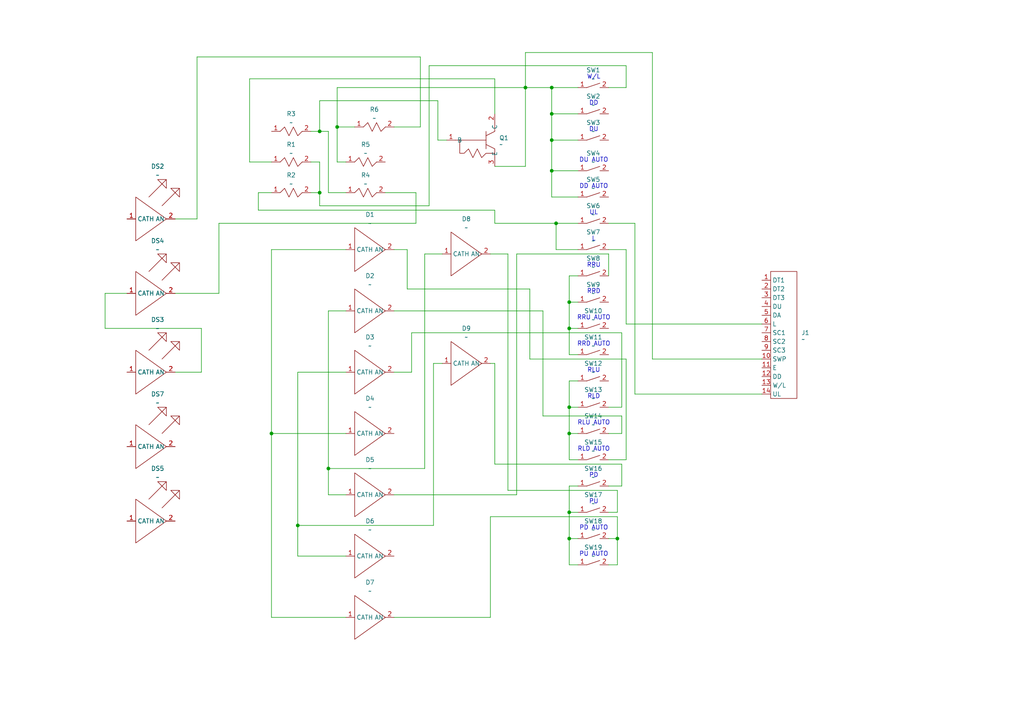
<source format=kicad_sch>
(kicad_sch (version 20231120) (generator "eeschema") (generator_version "8.0")
  (paper "A4")
  (lib_symbols
    (symbol "lexus ls400:100OHMRES"
      (property "Reference" "R" (at 5.334 3.556 0))
      (symbol "100OHMRES_0_1"
        (polyline (pts (xy 2.54 0) (xy 3.81 1.27) (xy 5.08 -1.27) (xy 6.35 1.27) (xy 7.62 -1.27) (xy 8.89 0)))
      )
      (symbol "100OHMRES_1_1"
        (pin bidirectional line (at 0 0 0) (length 2.54) (name "") (number "1"))
        (pin bidirectional line (at 11.43 0 180) (length 2.54) (name "") (number "2"))
      )
    )
    (symbol "lexus ls400:10OHMRES"
      (property "Reference" "R" (at 5.334 3.556 0))
      (symbol "10OHMRES_0_1"
        (polyline (pts (xy 2.54 0) (xy 3.81 1.27) (xy 5.08 -1.27) (xy 6.35 1.27) (xy 7.62 -1.27) (xy 8.89 0)))
      )
      (symbol "10OHMRES_1_1"
        (pin bidirectional line (at 0 0 0) (length 2.54) (name "") (number "1"))
        (pin bidirectional line (at 11.43 0 180) (length 2.54) (name "") (number "2"))
      )
    )
    (symbol "lexus ls400:14pindoorconn"
      (property "Reference" "J" (at 4.064 38.354 0))
      (symbol "14pindoorconn_0_1"
        (rectangle (start 0 36.83) (end 7.62 0))
      )
      (symbol "14pindoorconn_1_1"
        (pin bidirectional line (at -2.54 34.29 0) (length 2.54) (name "DT1") (number "1"))
        (pin bidirectional line (at -2.54 11.43 0) (length 2.54) (name "SWP") (number "10"))
        (pin bidirectional line (at -2.54 8.89 0) (length 2.54) (name "E") (number "11"))
        (pin bidirectional line (at -2.54 6.35 0) (length 2.54) (name "DD") (number "12"))
        (pin bidirectional line (at -2.54 3.81 0) (length 2.54) (name "W/L") (number "13"))
        (pin bidirectional line (at -2.54 1.27 0) (length 2.54) (name "UL") (number "14"))
        (pin bidirectional line (at -2.54 31.75 0) (length 2.54) (name "DT2") (number "2"))
        (pin bidirectional line (at -2.54 29.21 0) (length 2.54) (name "DT3") (number "3"))
        (pin bidirectional line (at -2.54 26.67 0) (length 2.54) (name "DU") (number "4"))
        (pin bidirectional line (at -2.54 24.13 0) (length 2.54) (name "DA") (number "5"))
        (pin bidirectional line (at -2.54 21.59 0) (length 2.54) (name "L") (number "6"))
        (pin bidirectional line (at -2.54 19.05 0) (length 2.54) (name "SC1") (number "7"))
        (pin bidirectional line (at -2.54 16.51 0) (length 2.54) (name "SC2") (number "8"))
        (pin bidirectional line (at -2.54 13.97 0) (length 2.54) (name "SC3") (number "9"))
      )
    )
    (symbol "lexus ls400:2000OHMRES"
      (property "Reference" "R" (at 5.334 3.556 0))
      (symbol "2000OHMRES_0_1"
        (polyline (pts (xy 2.54 0) (xy 3.81 1.27) (xy 5.08 -1.27) (xy 6.35 1.27) (xy 7.62 -1.27) (xy 8.89 0)))
      )
      (symbol "2000OHMRES_1_1"
        (pin bidirectional line (at 0 0 0) (length 2.54) (name "") (number "1"))
        (pin bidirectional line (at 11.43 0 180) (length 2.54) (name "") (number "2"))
      )
    )
    (symbol "lexus ls400:2PINDIODE2010"
      (property "Reference" "D" (at 7.112 6.35 0))
      (symbol "2PINDIODE2010_0_1"
        (polyline (pts (xy 11.43 0) (xy 2.54 6.35) (xy 2.54 -6.35) (xy 11.43 0)))
      )
      (symbol "2PINDIODE2010_1_1"
        (pin bidirectional line (at 0 0 0) (length 2.54) (name "CATH") (number "1"))
        (pin bidirectional line (at 13.97 0 180) (length 2.54) (name "AN") (number "2"))
      )
    )
    (symbol "lexus ls400:430OHMRES"
      (property "Reference" "R" (at 5.334 3.556 0))
      (symbol "430OHMRES_0_1"
        (polyline (pts (xy 2.54 0) (xy 3.81 1.27) (xy 5.08 -1.27) (xy 6.35 1.27) (xy 7.62 -1.27) (xy 8.89 0)))
      )
      (symbol "430OHMRES_1_1"
        (pin bidirectional line (at 0 0 0) (length 2.54) (name "") (number "1"))
        (pin bidirectional line (at 11.43 0 180) (length 2.54) (name "") (number "2"))
      )
    )
    (symbol "lexus ls400:560OHMRES"
      (property "Reference" "R" (at 5.334 3.556 0))
      (symbol "560OHMRES_0_1"
        (polyline (pts (xy 2.54 0) (xy 3.81 1.27) (xy 5.08 -1.27) (xy 6.35 1.27) (xy 7.62 -1.27) (xy 8.89 0)))
      )
      (symbol "560OHMRES_1_1"
        (pin bidirectional line (at 0 0 0) (length 2.54) (name "") (number "1"))
        (pin bidirectional line (at 11.43 0 180) (length 2.54) (name "") (number "2"))
      )
    )
    (symbol "lexus ls400:CONTACTSWITCH"
      (property "Reference" "SW" (at 4.572 3.048 0))
      (symbol "CONTACTSWITCH_0_1"
        (polyline (pts (xy 2.54 0) (xy 6.35 1.27)))
      )
      (symbol "CONTACTSWITCH_1_1"
        (pin bidirectional line (at 0 0 0) (length 2.54) (name "") (number "1"))
        (pin bidirectional line (at 8.89 0 180) (length 2.54) (name "") (number "2"))
      )
    )
    (symbol "lexus ls400:HR1A4A"
      (property "Reference" "Q" (at 7.366 5.08 0))
      (symbol "HR1A4A_0_1"
        (polyline (pts (xy 2.54 0) (xy 11.43 0)))
        (polyline (pts (xy 11.43 0) (xy 11.43 0)))
        (polyline (pts (xy 11.43 1.27) (xy 13.97 2.54)))
        (polyline (pts (xy 11.43 2.54) (xy 11.43 -2.54)))
        (polyline (pts (xy 11.43 2.54) (xy 11.43 2.54)))
        (polyline (pts (xy 13.97 2.54) (xy 13.97 5.08)))
        (polyline (pts (xy 5.08 -3.81) (xy 3.81 -3.81) (xy 3.81 0)))
        (polyline (pts (xy 11.43 -1.27) (xy 13.97 -2.54) (xy 13.97 -5.08)))
        (polyline (pts (xy 13.97 -3.81) (xy 11.43 -3.81) (xy 10.16 -5.08) (xy 8.89 -2.54) (xy 7.62 -5.08) (xy 6.35 -2.54) (xy 5.08 -3.81)))
      )
      (symbol "HR1A4A_1_1"
        (pin bidirectional line (at 0 0 0) (length 2.54) (name "B") (number "1"))
        (pin bidirectional line (at 13.97 7.62 270) (length 2.54) (name "C") (number "2"))
        (pin bidirectional line (at 13.97 -7.62 90) (length 2.54) (name "E") (number "3"))
      )
    )
    (symbol "lexus ls400:SMTLEDGRN1206"
      (property "Reference" "DS" (at 11.176 2.794 0))
      (symbol "SMTLEDGRN1206_0_1"
        (polyline (pts (xy 11.43 0) (xy 2.54 6.35) (xy 2.54 -6.35) (xy 11.43 0)))
        (polyline (pts (xy 6.35 6.35) (xy 11.43 11.43) (xy 8.89 11.43) (xy 11.43 8.89) (xy 11.43 11.43)))
        (polyline (pts (xy 10.16 3.81) (xy 15.24 8.89) (xy 12.7 8.89) (xy 15.24 6.35) (xy 15.24 8.89)))
      )
      (symbol "SMTLEDGRN1206_1_1"
        (pin bidirectional line (at 0 0 0) (length 2.54) (name "CATH") (number "1"))
        (pin bidirectional line (at 13.97 0 180) (length 2.54) (name "AN") (number "2"))
      )
    )
  )
  (junction (at 92.71 38.1))
  (junction (at 95.25 135.89))
  (junction (at 165.1 125.73))
  (junction (at 165.1 87.63))
  (junction (at 97.79 36.83))
  (junction (at 165.1 156.21))
  (junction (at 92.71 55.88))
  (junction (at 179.07 156.21))
  (junction (at 165.1 118.11))
  (junction (at 78.74 125.73))
  (junction (at 161.29 64.77))
  (junction (at 165.1 95.25))
  (junction (at 160.02 25.4))
  (junction (at 86.36 152.4))
  (junction (at 152.4 25.4))
  (junction (at 160.02 40.64))
  (junction (at 165.1 148.59))
  (junction (at 160.02 33.02))
  (junction (at 160.02 49.53))
  (wire (pts (xy 92.71 55.88) (xy 92.71 46.99)))
  (wire (pts (xy 127 29.21) (xy 127 40.64)))
  (wire (pts (xy 95.25 143.51) (xy 95.25 135.89)))
  (wire (pts (xy 63.5 85.09) (xy 50.8 85.09)))
  (wire (pts (xy 100.33 125.73) (xy 78.74 125.73)))
  (wire (pts (xy 78.74 46.99) (xy 72.39 46.99)))
  (wire (pts (xy 120.65 64.77) (xy 63.5 64.77)))
  (wire (pts (xy 57.15 63.5) (xy 50.8 63.5)))
  (wire (pts (xy 30.48 95.25) (xy 58.42 95.25)))
  (wire (pts (xy 100.33 90.17) (xy 95.25 90.17)))
  (wire (pts (xy 147.32 142.24) (xy 179.07 142.24)))
  (wire (pts (xy 181.61 104.14) (xy 153.67 104.14)))
  (wire (pts (xy 176.53 156.21) (xy 179.07 156.21)))
  (wire (pts (xy 165.1 110.49) (xy 165.1 118.11)))
  (wire (pts (xy 114.3 36.83) (xy 121.92 36.83)))
  (wire (pts (xy 161.29 64.77) (xy 161.29 72.39)))
  (wire (pts (xy 119.38 96.52) (xy 119.38 107.95)))
  (wire (pts (xy 165.1 140.97) (xy 165.1 148.59)))
  (wire (pts (xy 30.48 85.09) (xy 30.48 95.25)))
  (wire (pts (xy 165.1 102.87) (xy 165.1 95.25)))
  (wire (pts (xy 181.61 93.98) (xy 220.98 93.98)))
  (wire (pts (xy 143.51 22.86) (xy 143.51 33.02)))
  (wire (pts (xy 165.1 118.11) (xy 167.64 118.11)))
  (wire (pts (xy 165.1 163.83) (xy 165.1 156.21)))
  (wire (pts (xy 189.23 15.24) (xy 152.4 15.24)))
  (wire (pts (xy 92.71 59.69) (xy 92.71 55.88)))
  (wire (pts (xy 167.64 110.49) (xy 165.1 110.49)))
  (wire (pts (xy 184.15 114.3) (xy 184.15 64.77)))
  (wire (pts (xy 180.34 125.73) (xy 176.53 125.73)))
  (wire (pts (xy 78.74 125.73) (xy 78.74 72.39)))
  (wire (pts (xy 167.64 125.73) (xy 165.1 125.73)))
  (wire (pts (xy 180.34 118.11) (xy 180.34 96.52)))
  (wire (pts (xy 157.48 90.17) (xy 157.48 120.65)))
  (wire (pts (xy 149.86 73.66) (xy 149.86 143.51)))
  (wire (pts (xy 160.02 40.64) (xy 160.02 33.02)))
  (wire (pts (xy 160.02 25.4) (xy 167.64 25.4)))
  (wire (pts (xy 153.67 83.82) (xy 118.11 83.82)))
  (wire (pts (xy 165.1 80.01) (xy 165.1 87.63)))
  (wire (pts (xy 165.1 95.25) (xy 167.64 95.25)))
  (wire (pts (xy 167.64 72.39) (xy 161.29 72.39)))
  (wire (pts (xy 176.53 133.35) (xy 181.61 133.35)))
  (wire (pts (xy 78.74 72.39) (xy 100.33 72.39)))
  (wire (pts (xy 181.61 25.4) (xy 181.61 19.05)))
  (wire (pts (xy 97.79 36.83) (xy 97.79 46.99)))
  (wire (pts (xy 72.39 22.86) (xy 143.51 22.86)))
  (wire (pts (xy 92.71 38.1) (xy 92.71 29.21)))
  (wire (pts (xy 118.11 83.82) (xy 118.11 72.39)))
  (wire (pts (xy 86.36 152.4) (xy 125.73 152.4)))
  (wire (pts (xy 143.51 60.96) (xy 74.93 60.96)))
  (wire (pts (xy 100.33 143.51) (xy 95.25 143.51)))
  (wire (pts (xy 176.53 118.11) (xy 180.34 118.11)))
  (wire (pts (xy 176.53 163.83) (xy 179.07 163.83)))
  (wire (pts (xy 149.86 143.51) (xy 114.3 143.51)))
  (wire (pts (xy 124.46 59.69) (xy 92.71 59.69)))
  (wire (pts (xy 179.07 148.59) (xy 176.53 148.59)))
  (wire (pts (xy 152.4 25.4) (xy 160.02 25.4)))
  (wire (pts (xy 157.48 120.65) (xy 180.34 120.65)))
  (wire (pts (xy 92.71 29.21) (xy 127 29.21)))
  (wire (pts (xy 143.51 48.26) (xy 152.4 48.26)))
  (wire (pts (xy 180.34 140.97) (xy 180.34 134.62)))
  (wire (pts (xy 165.1 156.21) (xy 167.64 156.21)))
  (wire (pts (xy 167.64 64.77) (xy 161.29 64.77)))
  (wire (pts (xy 176.53 25.4) (xy 181.61 25.4)))
  (wire (pts (xy 100.33 55.88) (xy 95.25 55.88)))
  (wire (pts (xy 121.92 36.83) (xy 121.92 16.51)))
  (wire (pts (xy 165.1 133.35) (xy 165.1 125.73)))
  (wire (pts (xy 189.23 104.14) (xy 189.23 15.24)))
  (wire (pts (xy 114.3 90.17) (xy 157.48 90.17)))
  (wire (pts (xy 86.36 161.29) (xy 100.33 161.29)))
  (wire (pts (xy 167.64 87.63) (xy 165.1 87.63)))
  (wire (pts (xy 152.4 15.24) (xy 152.4 25.4)))
  (wire (pts (xy 121.92 16.51) (xy 57.15 16.51)))
  (wire (pts (xy 220.98 114.3) (xy 184.15 114.3)))
  (wire (pts (xy 165.1 87.63) (xy 165.1 95.25)))
  (wire (pts (xy 111.76 55.88) (xy 120.65 55.88)))
  (wire (pts (xy 160.02 57.15) (xy 160.02 49.53)))
  (wire (pts (xy 143.51 134.62) (xy 143.51 105.41)))
  (wire (pts (xy 120.65 55.88) (xy 120.65 64.77)))
  (wire (pts (xy 143.51 64.77) (xy 143.51 60.96)))
  (wire (pts (xy 167.64 140.97) (xy 165.1 140.97)))
  (wire (pts (xy 95.25 90.17) (xy 95.25 135.89)))
  (wire (pts (xy 167.64 133.35) (xy 165.1 133.35)))
  (wire (pts (xy 167.64 148.59) (xy 165.1 148.59)))
  (wire (pts (xy 86.36 152.4) (xy 86.36 161.29)))
  (wire (pts (xy 180.34 96.52) (xy 119.38 96.52)))
  (wire (pts (xy 176.53 140.97) (xy 180.34 140.97)))
  (wire (pts (xy 220.98 104.14) (xy 189.23 104.14)))
  (wire (pts (xy 127 40.64) (xy 129.54 40.64)))
  (wire (pts (xy 180.34 134.62) (xy 143.51 134.62)))
  (wire (pts (xy 179.07 149.86) (xy 142.24 149.86)))
  (wire (pts (xy 153.67 104.14) (xy 153.67 83.82)))
  (wire (pts (xy 160.02 25.4) (xy 160.02 33.02)))
  (wire (pts (xy 167.64 102.87) (xy 165.1 102.87)))
  (wire (pts (xy 97.79 46.99) (xy 100.33 46.99)))
  (wire (pts (xy 165.1 118.11) (xy 165.1 125.73)))
  (wire (pts (xy 176.53 73.66) (xy 149.86 73.66)))
  (wire (pts (xy 123.19 135.89) (xy 123.19 73.66)))
  (wire (pts (xy 58.42 107.95) (xy 50.8 107.95)))
  (wire (pts (xy 167.64 49.53) (xy 160.02 49.53)))
  (wire (pts (xy 63.5 64.77) (xy 63.5 85.09)))
  (wire (pts (xy 142.24 149.86) (xy 142.24 179.07)))
  (wire (pts (xy 179.07 156.21) (xy 179.07 149.86)))
  (wire (pts (xy 165.1 148.59) (xy 165.1 156.21)))
  (wire (pts (xy 118.11 72.39) (xy 114.3 72.39)))
  (wire (pts (xy 167.64 40.64) (xy 160.02 40.64)))
  (wire (pts (xy 176.53 72.39) (xy 181.61 72.39)))
  (wire (pts (xy 142.24 105.41) (xy 143.51 105.41)))
  (wire (pts (xy 179.07 142.24) (xy 179.07 148.59)))
  (wire (pts (xy 97.79 25.4) (xy 152.4 25.4)))
  (wire (pts (xy 119.38 107.95) (xy 114.3 107.95)))
  (wire (pts (xy 152.4 48.26) (xy 152.4 25.4)))
  (wire (pts (xy 72.39 46.99) (xy 72.39 22.86)))
  (wire (pts (xy 184.15 64.77) (xy 176.53 64.77)))
  (wire (pts (xy 124.46 19.05) (xy 124.46 59.69)))
  (wire (pts (xy 147.32 73.66) (xy 147.32 142.24)))
  (wire (pts (xy 74.93 55.88) (xy 78.74 55.88)))
  (wire (pts (xy 167.64 57.15) (xy 160.02 57.15)))
  (wire (pts (xy 36.83 85.09) (xy 30.48 85.09)))
  (wire (pts (xy 179.07 163.83) (xy 179.07 156.21)))
  (wire (pts (xy 97.79 25.4) (xy 97.79 36.83)))
  (wire (pts (xy 100.33 107.95) (xy 86.36 107.95)))
  (wire (pts (xy 95.25 135.89) (xy 123.19 135.89)))
  (wire (pts (xy 90.17 38.1) (xy 92.71 38.1)))
  (wire (pts (xy 92.71 46.99) (xy 90.17 46.99)))
  (wire (pts (xy 181.61 133.35) (xy 181.61 104.14)))
  (wire (pts (xy 58.42 95.25) (xy 58.42 107.95)))
  (wire (pts (xy 181.61 19.05) (xy 124.46 19.05)))
  (wire (pts (xy 167.64 163.83) (xy 165.1 163.83)))
  (wire (pts (xy 167.64 80.01) (xy 165.1 80.01)))
  (wire (pts (xy 74.93 60.96) (xy 74.93 55.88)))
  (wire (pts (xy 160.02 33.02) (xy 167.64 33.02)))
  (wire (pts (xy 123.19 73.66) (xy 128.27 73.66)))
  (wire (pts (xy 100.33 179.07) (xy 78.74 179.07)))
  (wire (pts (xy 160.02 49.53) (xy 160.02 40.64)))
  (wire (pts (xy 97.79 36.83) (xy 102.87 36.83)))
  (wire (pts (xy 128.27 105.41) (xy 125.73 105.41)))
  (wire (pts (xy 95.25 55.88) (xy 95.25 38.1)))
  (wire (pts (xy 181.61 72.39) (xy 181.61 93.98)))
  (wire (pts (xy 92.71 55.88) (xy 90.17 55.88)))
  (wire (pts (xy 86.36 107.95) (xy 86.36 152.4)))
  (wire (pts (xy 180.34 120.65) (xy 180.34 125.73)))
  (wire (pts (xy 78.74 179.07) (xy 78.74 125.73)))
  (wire (pts (xy 161.29 64.77) (xy 143.51 64.77)))
  (wire (pts (xy 142.24 73.66) (xy 147.32 73.66)))
  (wire (pts (xy 95.25 38.1) (xy 92.71 38.1)))
  (wire (pts (xy 176.53 80.01) (xy 176.53 73.66)))
  (wire (pts (xy 142.24 179.07) (xy 114.3 179.07)))
  (wire (pts (xy 57.15 16.51) (xy 57.15 63.5)))
  (wire (pts (xy 125.73 105.41) (xy 125.73 152.4)))
  (text "RRD" (at 172.212 84.582 0) (effects (font (size 1.27 1.27))))
  (text "PU AUTO" (at 172.212 160.782 0) (effects (font (size 1.27 1.27))))
  (text "DD AUTO" (at 172.212 54.102 0) (effects (font (size 1.27 1.27))))
  (text "DU AUTO" (at 172.212 46.482 0) (effects (font (size 1.27 1.27))))
  (text "RLU" (at 172.212 107.442 0) (effects (font (size 1.27 1.27))))
  (text "RRD AUTO" (at 172.212 99.822 0) (effects (font (size 1.27 1.27))))
  (text "RRU AUTO" (at 172.212 92.202 0) (effects (font (size 1.27 1.27))))
  (text "RLU AUTO" (at 172.212 122.682 0) (effects (font (size 1.27 1.27))))
  (text "DD" (at 172.212 29.972 0) (effects (font (size 1.27 1.27))))
  (text "DU" (at 172.212 37.592 0) (effects (font (size 1.27 1.27))))
  (text "PD AUTO" (at 172.212 153.162 0) (effects (font (size 1.27 1.27))))
  (text "W/L" (at 172.212 22.352 0) (effects (font (size 1.27 1.27))))
  (text "UL" (at 172.212 61.722 0) (effects (font (size 1.27 1.27))))
  (text "PD" (at 172.212 137.922 0) (effects (font (size 1.27 1.27))))
  (text "RLD AUTO" (at 172.212 130.302 0) (effects (font (size 1.27 1.27))))
  (text "RLD" (at 172.212 115.062 0) (effects (font (size 1.27 1.27))))
  (text "L" (at 172.212 69.342 0) (effects (font (size 1.27 1.27))))
  (text "RRU" (at 172.212 76.962 0) (effects (font (size 1.27 1.27))))
  (text "PU" (at 172.212 145.542 0) (effects (font (size 1.27 1.27))))
  (symbol (lib_id "lexus ls400:2PINDIODE2010") (at 100.33 72.39 0) (unit 1)
    (property "Reference" "D1" (at 107.315 62.23 0))
    (property "Value" "~" (at 107.315 64.77 0))
  )
  (symbol (lib_id "lexus ls400:2PINDIODE2010") (at 100.33 179.07 0) (unit 1)
    (property "Reference" "D7" (at 107.315 168.91 0))
    (property "Value" "~" (at 107.315 171.45 0))
  )
  (symbol (lib_id "lexus ls400:2PINDIODE2010") (at 100.33 143.51 0) (unit 1)
    (property "Reference" "D5" (at 107.315 133.35 0))
    (property "Value" "~" (at 107.315 135.89 0))
  )
  (symbol (lib_id "lexus ls400:CONTACTSWITCH") (at 167.64 125.73 0) (unit 1)
    (property "Reference" "SW14" (at 172.085 120.65 0))
    (property "Value" "~" (at 172.085 123.19 0))
  )
  (symbol (lib_id "lexus ls400:CONTACTSWITCH") (at 167.64 87.63 0) (unit 1)
    (property "Reference" "SW9" (at 172.085 82.55 0))
    (property "Value" "~" (at 172.085 85.09 0))
  )
  (symbol (lib_id "lexus ls400:14pindoorconn") (at 223.52 115.57 0) (unit 1)
    (property "Reference" "J1" (at 232.41 96.5199 0) (effects (justify left)))
    (property "Value" "~" (at 232.41 98.425 0) (effects (justify left)))
  )
  (symbol (lib_id "lexus ls400:2PINDIODE2010") (at 128.27 105.41 0) (unit 1)
    (property "Reference" "D9" (at 135.255 95.25 0))
    (property "Value" "~" (at 135.255 97.79 0))
  )
  (symbol (lib_id "lexus ls400:2PINDIODE2010") (at 100.33 125.73 0) (unit 1)
    (property "Reference" "D4" (at 107.315 115.57 0))
    (property "Value" "~" (at 107.315 118.11 0))
  )
  (symbol (lib_id "lexus ls400:CONTACTSWITCH") (at 167.64 40.64 0) (unit 1)
    (property "Reference" "SW3" (at 172.085 35.56 0))
    (property "Value" "~" (at 172.085 38.1 0))
  )
  (symbol (lib_id "lexus ls400:2PINDIODE2010") (at 100.33 107.95 0) (unit 1)
    (property "Reference" "D3" (at 107.315 97.79 0))
    (property "Value" "~" (at 107.315 100.33 0))
  )
  (symbol (lib_id "lexus ls400:10OHMRES") (at 78.74 38.1 0) (unit 1)
    (property "Reference" "R3" (at 84.455 33.02 0))
    (property "Value" "~" (at 84.455 35.56 0))
  )
  (symbol (lib_id "lexus ls400:CONTACTSWITCH") (at 167.64 25.4 0) (unit 1)
    (property "Reference" "SW1" (at 172.085 20.32 0))
    (property "Value" "~" (at 172.085 22.86 0))
  )
  (symbol (lib_id "lexus ls400:CONTACTSWITCH") (at 167.64 64.77 0) (unit 1)
    (property "Reference" "SW6" (at 172.085 59.69 0))
    (property "Value" "~" (at 172.085 62.23 0))
  )
  (symbol (lib_id "lexus ls400:SMTLEDGRN1206") (at 36.83 151.13 0) (unit 1)
    (property "Reference" "DS5" (at 45.72 135.89 0))
    (property "Value" "~" (at 45.72 138.43 0))
  )
  (symbol (lib_id "lexus ls400:CONTACTSWITCH") (at 167.64 140.97 0) (unit 1)
    (property "Reference" "SW16" (at 172.085 135.89 0))
    (property "Value" "~" (at 172.085 138.43 0))
  )
  (symbol (lib_id "lexus ls400:2PINDIODE2010") (at 100.33 161.29 0) (unit 1)
    (property "Reference" "D6" (at 107.315 151.13 0))
    (property "Value" "~" (at 107.315 153.67 0))
  )
  (symbol (lib_id "lexus ls400:CONTACTSWITCH") (at 167.64 72.39 0) (unit 1)
    (property "Reference" "SW7" (at 172.085 67.31 0))
    (property "Value" "~" (at 172.085 69.85 0))
  )
  (symbol (lib_id "lexus ls400:CONTACTSWITCH") (at 167.64 95.25 0) (unit 1)
    (property "Reference" "SW10" (at 172.085 90.17 0))
    (property "Value" "~" (at 172.085 92.71 0))
  )
  (symbol (lib_id "lexus ls400:430OHMRES") (at 100.33 55.88 0) (unit 1)
    (property "Reference" "R4" (at 106.045 50.8 0))
    (property "Value" "~" (at 106.045 53.34 0))
  )
  (symbol (lib_id "lexus ls400:CONTACTSWITCH") (at 167.64 133.35 0) (unit 1)
    (property "Reference" "SW15" (at 172.085 128.27 0))
    (property "Value" "~" (at 172.085 130.81 0))
  )
  (symbol (lib_id "lexus ls400:2PINDIODE2010") (at 128.27 73.66 0) (unit 1)
    (property "Reference" "D8" (at 135.255 63.5 0))
    (property "Value" "~" (at 135.255 66.04 0))
  )
  (symbol (lib_id "lexus ls400:CONTACTSWITCH") (at 167.64 57.15 0) (unit 1)
    (property "Reference" "SW5" (at 172.085 52.07 0))
    (property "Value" "~" (at 172.085 54.61 0))
  )
  (symbol (lib_id "lexus ls400:SMTLEDGRN1206") (at 36.83 63.5 0) (unit 1)
    (property "Reference" "DS2" (at 45.72 48.26 0))
    (property "Value" "~" (at 45.72 50.8 0))
  )
  (symbol (lib_id "lexus ls400:100OHMRES") (at 78.74 46.99 0) (unit 1)
    (property "Reference" "R1" (at 84.455 41.91 0))
    (property "Value" "~" (at 84.455 44.45 0))
  )
  (symbol (lib_id "lexus ls400:CONTACTSWITCH") (at 167.64 49.53 0) (unit 1)
    (property "Reference" "SW4" (at 172.085 44.45 0))
    (property "Value" "~" (at 172.085 46.99 0))
  )
  (symbol (lib_id "lexus ls400:SMTLEDGRN1206") (at 36.83 107.95 0) (unit 1)
    (property "Reference" "DS3" (at 45.72 92.71 0))
    (property "Value" "~" (at 45.72 95.25 0))
  )
  (symbol (lib_id "lexus ls400:SMTLEDGRN1206") (at 36.83 85.09 0) (unit 1)
    (property "Reference" "DS4" (at 45.72 69.85 0))
    (property "Value" "~" (at 45.72 72.39 0))
  )
  (symbol (lib_id "lexus ls400:2PINDIODE2010") (at 100.33 90.17 0) (unit 1)
    (property "Reference" "D2" (at 107.315 80.01 0))
    (property "Value" "~" (at 107.315 82.55 0))
  )
  (symbol (lib_id "lexus ls400:2000OHMRES") (at 78.74 55.88 0) (unit 1)
    (property "Reference" "R2" (at 84.455 50.8 0))
    (property "Value" "~" (at 84.455 53.34 0))
  )
  (symbol (lib_id "lexus ls400:560OHMRES") (at 100.33 46.99 0) (unit 1)
    (property "Reference" "R5" (at 106.045 41.91 0))
    (property "Value" "~" (at 106.045 44.45 0))
  )
  (symbol (lib_id "lexus ls400:CONTACTSWITCH") (at 167.64 163.83 0) (unit 1)
    (property "Reference" "SW19" (at 172.085 158.75 0))
    (property "Value" "~" (at 172.085 161.29 0))
  )
  (symbol (lib_id "lexus ls400:CONTACTSWITCH") (at 167.64 118.11 0) (unit 1)
    (property "Reference" "SW13" (at 172.085 113.03 0))
    (property "Value" "~" (at 172.085 115.57 0))
  )
  (symbol (lib_id "lexus ls400:CONTACTSWITCH") (at 167.64 148.59 0) (unit 1)
    (property "Reference" "SW17" (at 172.085 143.51 0))
    (property "Value" "~" (at 172.085 146.05 0))
  )
  (symbol (lib_id "lexus ls400:CONTACTSWITCH") (at 167.64 156.21 0) (unit 1)
    (property "Reference" "SW18" (at 172.085 151.13 0))
    (property "Value" "~" (at 172.085 153.67 0))
  )
  (symbol (lib_id "lexus ls400:CONTACTSWITCH") (at 167.64 102.87 0) (unit 1)
    (property "Reference" "SW11" (at 172.085 97.79 0))
    (property "Value" "~" (at 172.085 100.33 0))
  )
  (symbol (lib_id "lexus ls400:560OHMRES") (at 102.87 36.83 0) (unit 1)
    (property "Reference" "R6" (at 108.585 31.75 0))
    (property "Value" "~" (at 108.585 34.29 0))
  )
  (symbol (lib_id "lexus ls400:HR1A4A") (at 129.54 40.64 0) (unit 1)
    (property "Reference" "Q1" (at 144.78 40.0049 0) (effects (justify left)))
    (property "Value" "~" (at 144.78 41.91 0) (effects (justify left)))
  )
  (symbol (lib_id "lexus ls400:CONTACTSWITCH") (at 167.64 80.01 0) (unit 1)
    (property "Reference" "SW8" (at 172.085 74.93 0))
    (property "Value" "~" (at 172.085 77.47 0))
  )
  (symbol (lib_id "lexus ls400:CONTACTSWITCH") (at 167.64 110.49 0) (unit 1)
    (property "Reference" "SW12" (at 172.085 105.41 0))
    (property "Value" "~" (at 172.085 107.95 0))
  )
  (symbol (lib_id "lexus ls400:SMTLEDGRN1206") (at 36.83 129.54 0) (unit 1)
    (property "Reference" "DS7" (at 45.72 114.3 0))
    (property "Value" "~" (at 45.72 116.84 0))
  )
  (symbol (lib_id "lexus ls400:CONTACTSWITCH") (at 167.64 33.02 0) (unit 1)
    (property "Reference" "SW2" (at 172.085 27.94 0))
    (property "Value" "~" (at 172.085 30.48 0))
  )
)
</source>
